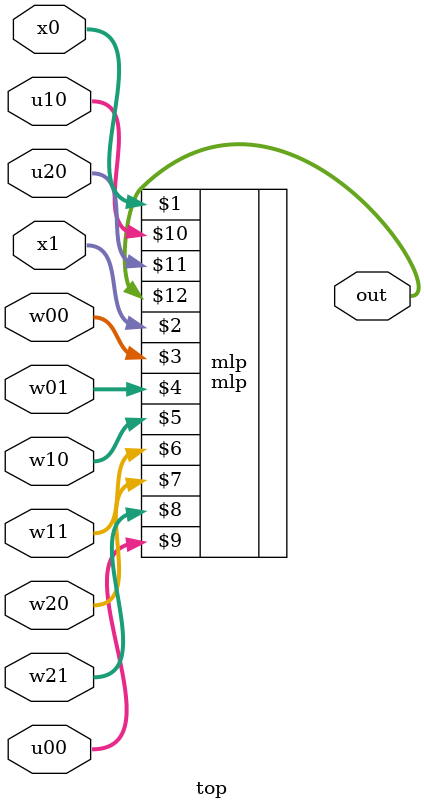
<source format=sv>
`include "cla_1bit.v"
`include "cla_block.v"
`include "cla_4bit.v"
`include "mux2to1.v"
`include "neuron.v"
`include "mlp.v"

module top(x0, x1, w00, w01, w10, w11, w20, w21, u00, u10, u20, out);

// This is a behavioral model. This is only for functional verification. You do not need to follow exact semantics

input [1:0] x0, x1, w00, w01, w10, w11, w20, w21, u00, u10, u20;

output [1:0] out;

// Instantiation of an MLP module
  mlp mlp(x0, x1, w00, w01, w10, w11, w20, w21, u00, u10, u20, out);

endmodule
</source>
